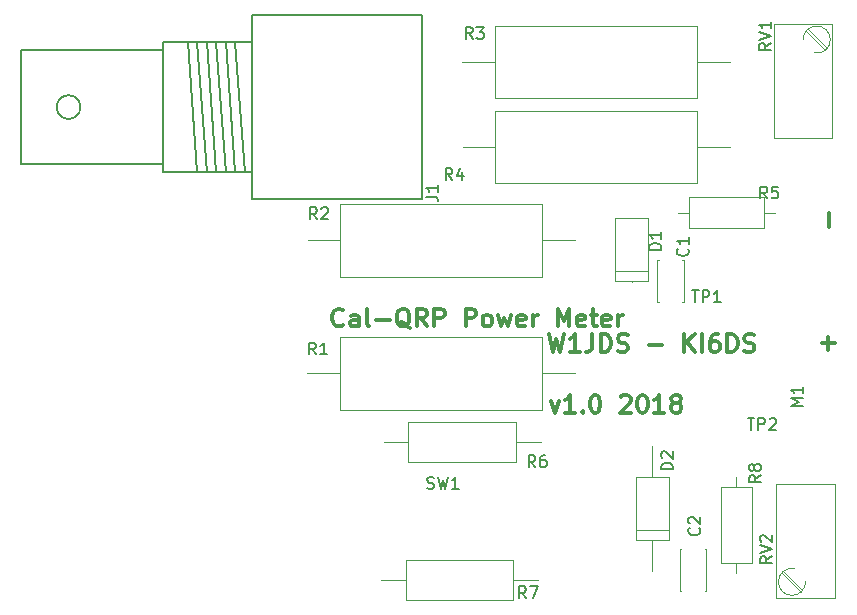
<source format=gto>
%FSLAX46Y46*%
G04 Gerber Fmt 4.6, Leading zero omitted, Abs format (unit mm)*
G04 Created by KiCad (PCBNEW 4.0.7) date 07/24/18 01:41:51*
%MOMM*%
%LPD*%
G01*
G04 APERTURE LIST*
%ADD10C,0.100000*%
%ADD11C,0.300000*%
%ADD12C,0.120000*%
%ADD13C,0.150000*%
G04 APERTURE END LIST*
D10*
D11*
X133483573Y-118848571D02*
X133840716Y-119848571D01*
X134197858Y-118848571D01*
X135555001Y-119848571D02*
X134697858Y-119848571D01*
X135126430Y-119848571D02*
X135126430Y-118348571D01*
X134983573Y-118562857D01*
X134840715Y-118705714D01*
X134697858Y-118777143D01*
X136197858Y-119705714D02*
X136269286Y-119777143D01*
X136197858Y-119848571D01*
X136126429Y-119777143D01*
X136197858Y-119705714D01*
X136197858Y-119848571D01*
X137197858Y-118348571D02*
X137340715Y-118348571D01*
X137483572Y-118420000D01*
X137555001Y-118491429D01*
X137626430Y-118634286D01*
X137697858Y-118920000D01*
X137697858Y-119277143D01*
X137626430Y-119562857D01*
X137555001Y-119705714D01*
X137483572Y-119777143D01*
X137340715Y-119848571D01*
X137197858Y-119848571D01*
X137055001Y-119777143D01*
X136983572Y-119705714D01*
X136912144Y-119562857D01*
X136840715Y-119277143D01*
X136840715Y-118920000D01*
X136912144Y-118634286D01*
X136983572Y-118491429D01*
X137055001Y-118420000D01*
X137197858Y-118348571D01*
X139412143Y-118491429D02*
X139483572Y-118420000D01*
X139626429Y-118348571D01*
X139983572Y-118348571D01*
X140126429Y-118420000D01*
X140197858Y-118491429D01*
X140269286Y-118634286D01*
X140269286Y-118777143D01*
X140197858Y-118991429D01*
X139340715Y-119848571D01*
X140269286Y-119848571D01*
X141197857Y-118348571D02*
X141340714Y-118348571D01*
X141483571Y-118420000D01*
X141555000Y-118491429D01*
X141626429Y-118634286D01*
X141697857Y-118920000D01*
X141697857Y-119277143D01*
X141626429Y-119562857D01*
X141555000Y-119705714D01*
X141483571Y-119777143D01*
X141340714Y-119848571D01*
X141197857Y-119848571D01*
X141055000Y-119777143D01*
X140983571Y-119705714D01*
X140912143Y-119562857D01*
X140840714Y-119277143D01*
X140840714Y-118920000D01*
X140912143Y-118634286D01*
X140983571Y-118491429D01*
X141055000Y-118420000D01*
X141197857Y-118348571D01*
X143126428Y-119848571D02*
X142269285Y-119848571D01*
X142697857Y-119848571D02*
X142697857Y-118348571D01*
X142555000Y-118562857D01*
X142412142Y-118705714D01*
X142269285Y-118777143D01*
X143983571Y-118991429D02*
X143840713Y-118920000D01*
X143769285Y-118848571D01*
X143697856Y-118705714D01*
X143697856Y-118634286D01*
X143769285Y-118491429D01*
X143840713Y-118420000D01*
X143983571Y-118348571D01*
X144269285Y-118348571D01*
X144412142Y-118420000D01*
X144483571Y-118491429D01*
X144554999Y-118634286D01*
X144554999Y-118705714D01*
X144483571Y-118848571D01*
X144412142Y-118920000D01*
X144269285Y-118991429D01*
X143983571Y-118991429D01*
X143840713Y-119062857D01*
X143769285Y-119134286D01*
X143697856Y-119277143D01*
X143697856Y-119562857D01*
X143769285Y-119705714D01*
X143840713Y-119777143D01*
X143983571Y-119848571D01*
X144269285Y-119848571D01*
X144412142Y-119777143D01*
X144483571Y-119705714D01*
X144554999Y-119562857D01*
X144554999Y-119277143D01*
X144483571Y-119134286D01*
X144412142Y-119062857D01*
X144269285Y-118991429D01*
X133315001Y-113193571D02*
X133672144Y-114693571D01*
X133957858Y-113622143D01*
X134243572Y-114693571D01*
X134600715Y-113193571D01*
X135957858Y-114693571D02*
X135100715Y-114693571D01*
X135529287Y-114693571D02*
X135529287Y-113193571D01*
X135386430Y-113407857D01*
X135243572Y-113550714D01*
X135100715Y-113622143D01*
X137029286Y-113193571D02*
X137029286Y-114265000D01*
X136957858Y-114479286D01*
X136815001Y-114622143D01*
X136600715Y-114693571D01*
X136457858Y-114693571D01*
X137743572Y-114693571D02*
X137743572Y-113193571D01*
X138100715Y-113193571D01*
X138315000Y-113265000D01*
X138457858Y-113407857D01*
X138529286Y-113550714D01*
X138600715Y-113836429D01*
X138600715Y-114050714D01*
X138529286Y-114336429D01*
X138457858Y-114479286D01*
X138315000Y-114622143D01*
X138100715Y-114693571D01*
X137743572Y-114693571D01*
X139172143Y-114622143D02*
X139386429Y-114693571D01*
X139743572Y-114693571D01*
X139886429Y-114622143D01*
X139957858Y-114550714D01*
X140029286Y-114407857D01*
X140029286Y-114265000D01*
X139957858Y-114122143D01*
X139886429Y-114050714D01*
X139743572Y-113979286D01*
X139457858Y-113907857D01*
X139315000Y-113836429D01*
X139243572Y-113765000D01*
X139172143Y-113622143D01*
X139172143Y-113479286D01*
X139243572Y-113336429D01*
X139315000Y-113265000D01*
X139457858Y-113193571D01*
X139815000Y-113193571D01*
X140029286Y-113265000D01*
X141815000Y-114122143D02*
X142957857Y-114122143D01*
X144815000Y-114693571D02*
X144815000Y-113193571D01*
X145672143Y-114693571D02*
X145029286Y-113836429D01*
X145672143Y-113193571D02*
X144815000Y-114050714D01*
X146315000Y-114693571D02*
X146315000Y-113193571D01*
X147672143Y-113193571D02*
X147386429Y-113193571D01*
X147243572Y-113265000D01*
X147172143Y-113336429D01*
X147029286Y-113550714D01*
X146957857Y-113836429D01*
X146957857Y-114407857D01*
X147029286Y-114550714D01*
X147100714Y-114622143D01*
X147243572Y-114693571D01*
X147529286Y-114693571D01*
X147672143Y-114622143D01*
X147743572Y-114550714D01*
X147815000Y-114407857D01*
X147815000Y-114050714D01*
X147743572Y-113907857D01*
X147672143Y-113836429D01*
X147529286Y-113765000D01*
X147243572Y-113765000D01*
X147100714Y-113836429D01*
X147029286Y-113907857D01*
X146957857Y-114050714D01*
X148457857Y-114693571D02*
X148457857Y-113193571D01*
X148815000Y-113193571D01*
X149029285Y-113265000D01*
X149172143Y-113407857D01*
X149243571Y-113550714D01*
X149315000Y-113836429D01*
X149315000Y-114050714D01*
X149243571Y-114336429D01*
X149172143Y-114479286D01*
X149029285Y-114622143D01*
X148815000Y-114693571D01*
X148457857Y-114693571D01*
X149886428Y-114622143D02*
X150100714Y-114693571D01*
X150457857Y-114693571D01*
X150600714Y-114622143D01*
X150672143Y-114550714D01*
X150743571Y-114407857D01*
X150743571Y-114265000D01*
X150672143Y-114122143D01*
X150600714Y-114050714D01*
X150457857Y-113979286D01*
X150172143Y-113907857D01*
X150029285Y-113836429D01*
X149957857Y-113765000D01*
X149886428Y-113622143D01*
X149886428Y-113479286D01*
X149957857Y-113336429D01*
X150029285Y-113265000D01*
X150172143Y-113193571D01*
X150529285Y-113193571D01*
X150743571Y-113265000D01*
X115938572Y-112395714D02*
X115867143Y-112467143D01*
X115652857Y-112538571D01*
X115510000Y-112538571D01*
X115295715Y-112467143D01*
X115152857Y-112324286D01*
X115081429Y-112181429D01*
X115010000Y-111895714D01*
X115010000Y-111681429D01*
X115081429Y-111395714D01*
X115152857Y-111252857D01*
X115295715Y-111110000D01*
X115510000Y-111038571D01*
X115652857Y-111038571D01*
X115867143Y-111110000D01*
X115938572Y-111181429D01*
X117224286Y-112538571D02*
X117224286Y-111752857D01*
X117152857Y-111610000D01*
X117010000Y-111538571D01*
X116724286Y-111538571D01*
X116581429Y-111610000D01*
X117224286Y-112467143D02*
X117081429Y-112538571D01*
X116724286Y-112538571D01*
X116581429Y-112467143D01*
X116510000Y-112324286D01*
X116510000Y-112181429D01*
X116581429Y-112038571D01*
X116724286Y-111967143D01*
X117081429Y-111967143D01*
X117224286Y-111895714D01*
X118152858Y-112538571D02*
X118010000Y-112467143D01*
X117938572Y-112324286D01*
X117938572Y-111038571D01*
X118724286Y-111967143D02*
X119867143Y-111967143D01*
X121581429Y-112681429D02*
X121438572Y-112610000D01*
X121295715Y-112467143D01*
X121081429Y-112252857D01*
X120938572Y-112181429D01*
X120795715Y-112181429D01*
X120867143Y-112538571D02*
X120724286Y-112467143D01*
X120581429Y-112324286D01*
X120510000Y-112038571D01*
X120510000Y-111538571D01*
X120581429Y-111252857D01*
X120724286Y-111110000D01*
X120867143Y-111038571D01*
X121152857Y-111038571D01*
X121295715Y-111110000D01*
X121438572Y-111252857D01*
X121510000Y-111538571D01*
X121510000Y-112038571D01*
X121438572Y-112324286D01*
X121295715Y-112467143D01*
X121152857Y-112538571D01*
X120867143Y-112538571D01*
X123010001Y-112538571D02*
X122510001Y-111824286D01*
X122152858Y-112538571D02*
X122152858Y-111038571D01*
X122724286Y-111038571D01*
X122867144Y-111110000D01*
X122938572Y-111181429D01*
X123010001Y-111324286D01*
X123010001Y-111538571D01*
X122938572Y-111681429D01*
X122867144Y-111752857D01*
X122724286Y-111824286D01*
X122152858Y-111824286D01*
X123652858Y-112538571D02*
X123652858Y-111038571D01*
X124224286Y-111038571D01*
X124367144Y-111110000D01*
X124438572Y-111181429D01*
X124510001Y-111324286D01*
X124510001Y-111538571D01*
X124438572Y-111681429D01*
X124367144Y-111752857D01*
X124224286Y-111824286D01*
X123652858Y-111824286D01*
X126295715Y-112538571D02*
X126295715Y-111038571D01*
X126867143Y-111038571D01*
X127010001Y-111110000D01*
X127081429Y-111181429D01*
X127152858Y-111324286D01*
X127152858Y-111538571D01*
X127081429Y-111681429D01*
X127010001Y-111752857D01*
X126867143Y-111824286D01*
X126295715Y-111824286D01*
X128010001Y-112538571D02*
X127867143Y-112467143D01*
X127795715Y-112395714D01*
X127724286Y-112252857D01*
X127724286Y-111824286D01*
X127795715Y-111681429D01*
X127867143Y-111610000D01*
X128010001Y-111538571D01*
X128224286Y-111538571D01*
X128367143Y-111610000D01*
X128438572Y-111681429D01*
X128510001Y-111824286D01*
X128510001Y-112252857D01*
X128438572Y-112395714D01*
X128367143Y-112467143D01*
X128224286Y-112538571D01*
X128010001Y-112538571D01*
X129010001Y-111538571D02*
X129295715Y-112538571D01*
X129581429Y-111824286D01*
X129867144Y-112538571D01*
X130152858Y-111538571D01*
X131295715Y-112467143D02*
X131152858Y-112538571D01*
X130867144Y-112538571D01*
X130724287Y-112467143D01*
X130652858Y-112324286D01*
X130652858Y-111752857D01*
X130724287Y-111610000D01*
X130867144Y-111538571D01*
X131152858Y-111538571D01*
X131295715Y-111610000D01*
X131367144Y-111752857D01*
X131367144Y-111895714D01*
X130652858Y-112038571D01*
X132010001Y-112538571D02*
X132010001Y-111538571D01*
X132010001Y-111824286D02*
X132081429Y-111681429D01*
X132152858Y-111610000D01*
X132295715Y-111538571D01*
X132438572Y-111538571D01*
X134081429Y-112538571D02*
X134081429Y-111038571D01*
X134581429Y-112110000D01*
X135081429Y-111038571D01*
X135081429Y-112538571D01*
X136367143Y-112467143D02*
X136224286Y-112538571D01*
X135938572Y-112538571D01*
X135795715Y-112467143D01*
X135724286Y-112324286D01*
X135724286Y-111752857D01*
X135795715Y-111610000D01*
X135938572Y-111538571D01*
X136224286Y-111538571D01*
X136367143Y-111610000D01*
X136438572Y-111752857D01*
X136438572Y-111895714D01*
X135724286Y-112038571D01*
X136867143Y-111538571D02*
X137438572Y-111538571D01*
X137081429Y-111038571D02*
X137081429Y-112324286D01*
X137152857Y-112467143D01*
X137295715Y-112538571D01*
X137438572Y-112538571D01*
X138510000Y-112467143D02*
X138367143Y-112538571D01*
X138081429Y-112538571D01*
X137938572Y-112467143D01*
X137867143Y-112324286D01*
X137867143Y-111752857D01*
X137938572Y-111610000D01*
X138081429Y-111538571D01*
X138367143Y-111538571D01*
X138510000Y-111610000D01*
X138581429Y-111752857D01*
X138581429Y-111895714D01*
X137867143Y-112038571D01*
X139224286Y-112538571D02*
X139224286Y-111538571D01*
X139224286Y-111824286D02*
X139295714Y-111681429D01*
X139367143Y-111610000D01*
X139510000Y-111538571D01*
X139652857Y-111538571D01*
X157052143Y-104081428D02*
X157052143Y-102938571D01*
X156433572Y-113977143D02*
X157576429Y-113977143D01*
X157005000Y-114548571D02*
X157005000Y-113405714D01*
D12*
X144750000Y-106920000D02*
X144750000Y-110440000D01*
X142530000Y-106920000D02*
X142530000Y-110440000D01*
X144750000Y-106920000D02*
X144636000Y-106920000D01*
X142644000Y-106920000D02*
X142530000Y-106920000D01*
X144750000Y-110440000D02*
X144636000Y-110440000D01*
X142644000Y-110440000D02*
X142530000Y-110440000D01*
X144445000Y-134915000D02*
X144445000Y-131395000D01*
X146665000Y-134915000D02*
X146665000Y-131395000D01*
X144445000Y-134915000D02*
X144559000Y-134915000D01*
X146551000Y-134915000D02*
X146665000Y-134915000D01*
X144445000Y-131395000D02*
X144559000Y-131395000D01*
X146551000Y-131395000D02*
X146665000Y-131395000D01*
X138945000Y-108705000D02*
X141765000Y-108705000D01*
X141765000Y-108705000D02*
X141765000Y-103385000D01*
X141765000Y-103385000D02*
X138945000Y-103385000D01*
X138945000Y-103385000D02*
X138945000Y-108705000D01*
X140355000Y-108775000D02*
X140355000Y-108705000D01*
X140355000Y-103315000D02*
X140355000Y-103385000D01*
X138945000Y-107865000D02*
X141765000Y-107865000D01*
X140680000Y-130615000D02*
X143500000Y-130615000D01*
X143500000Y-130615000D02*
X143500000Y-125295000D01*
X143500000Y-125295000D02*
X140680000Y-125295000D01*
X140680000Y-125295000D02*
X140680000Y-130615000D01*
X142090000Y-133225000D02*
X142090000Y-130615000D01*
X142090000Y-122685000D02*
X142090000Y-125295000D01*
X140680000Y-129775000D02*
X143500000Y-129775000D01*
D13*
X103572560Y-99459420D02*
X102772460Y-88461220D01*
X104372660Y-99459420D02*
X103572560Y-88461220D01*
X105172760Y-99459420D02*
X104372660Y-88461220D01*
X105972860Y-99459420D02*
X105172760Y-88461220D01*
X106772960Y-99459420D02*
X105972860Y-88461220D01*
X107573060Y-99459420D02*
X106772960Y-88461220D01*
X93674180Y-93960320D02*
G75*
G03X93674180Y-93960320I-1000760J0D01*
G01*
X100674420Y-89159720D02*
X88672920Y-89159720D01*
X88672920Y-89159720D02*
X88672920Y-98760920D01*
X88672920Y-98760920D02*
X100674420Y-98760920D01*
X108172500Y-88461220D02*
X100674420Y-88461220D01*
X100674420Y-88461220D02*
X100674420Y-99459420D01*
X100674420Y-99459420D02*
X108172500Y-99459420D01*
X122574300Y-101760660D02*
X122574300Y-86159980D01*
X122574300Y-86159980D02*
X108172500Y-86159980D01*
X108172500Y-86159980D02*
X108172500Y-101760660D01*
X108172500Y-101760660D02*
X122574300Y-101760660D01*
D12*
X132760000Y-119570000D02*
X132760000Y-113450000D01*
X132760000Y-113450000D02*
X115640000Y-113450000D01*
X115640000Y-113450000D02*
X115640000Y-119570000D01*
X115640000Y-119570000D02*
X132760000Y-119570000D01*
X135520000Y-116510000D02*
X132760000Y-116510000D01*
X112880000Y-116510000D02*
X115640000Y-116510000D01*
X132800000Y-108315000D02*
X132800000Y-102195000D01*
X132800000Y-102195000D02*
X115680000Y-102195000D01*
X115680000Y-102195000D02*
X115680000Y-108315000D01*
X115680000Y-108315000D02*
X132800000Y-108315000D01*
X135560000Y-105255000D02*
X132800000Y-105255000D01*
X112920000Y-105255000D02*
X115680000Y-105255000D01*
X145900000Y-93235000D02*
X145900000Y-87115000D01*
X145900000Y-87115000D02*
X128780000Y-87115000D01*
X128780000Y-87115000D02*
X128780000Y-93235000D01*
X128780000Y-93235000D02*
X145900000Y-93235000D01*
X148660000Y-90175000D02*
X145900000Y-90175000D01*
X126020000Y-90175000D02*
X128780000Y-90175000D01*
X145920000Y-100410000D02*
X145920000Y-94290000D01*
X145920000Y-94290000D02*
X128800000Y-94290000D01*
X128800000Y-94290000D02*
X128800000Y-100410000D01*
X128800000Y-100410000D02*
X145920000Y-100410000D01*
X148680000Y-97350000D02*
X145920000Y-97350000D01*
X126040000Y-97350000D02*
X128800000Y-97350000D01*
X151585000Y-104210000D02*
X151585000Y-101590000D01*
X151585000Y-101590000D02*
X145165000Y-101590000D01*
X145165000Y-101590000D02*
X145165000Y-104210000D01*
X145165000Y-104210000D02*
X151585000Y-104210000D01*
X152475000Y-102900000D02*
X151585000Y-102900000D01*
X144275000Y-102900000D02*
X145165000Y-102900000D01*
X147915000Y-132560000D02*
X150535000Y-132560000D01*
X150535000Y-132560000D02*
X150535000Y-126140000D01*
X150535000Y-126140000D02*
X147915000Y-126140000D01*
X147915000Y-126140000D02*
X147915000Y-132560000D01*
X149225000Y-133450000D02*
X149225000Y-132560000D01*
X149225000Y-125250000D02*
X149225000Y-126140000D01*
X154865704Y-88295309D02*
G75*
G02X157175000Y-88255000I1154296J40309D01*
G01*
X157174052Y-88234879D02*
G75*
G02X155780000Y-89384000I-1154052J-20121D01*
G01*
X152400000Y-96575000D02*
X152400000Y-86925000D01*
X157351000Y-96575000D02*
X157351000Y-86925000D01*
X152400000Y-96575000D02*
X157351000Y-96575000D01*
X152400000Y-86925000D02*
X157351000Y-86925000D01*
X155286000Y-87379000D02*
X156896000Y-88990000D01*
X155145000Y-87519000D02*
X156755000Y-89131000D01*
X155074296Y-134114691D02*
G75*
G02X152765000Y-134155000I-1154296J-40309D01*
G01*
X152765948Y-134175121D02*
G75*
G02X154160000Y-133026000I1154052J20121D01*
G01*
X157540000Y-125835000D02*
X157540000Y-135485000D01*
X152589000Y-125835000D02*
X152589000Y-135485000D01*
X157540000Y-125835000D02*
X152589000Y-125835000D01*
X157540000Y-135485000D02*
X152589000Y-135485000D01*
X154654000Y-135031000D02*
X153044000Y-133420000D01*
X154795000Y-134891000D02*
X153185000Y-133279000D01*
X130330000Y-135665000D02*
X130330000Y-132345000D01*
X130330000Y-132345000D02*
X121210000Y-132345000D01*
X121210000Y-132345000D02*
X121210000Y-135665000D01*
X121210000Y-135665000D02*
X130330000Y-135665000D01*
X132410000Y-134005000D02*
X130330000Y-134005000D01*
X119130000Y-134005000D02*
X121210000Y-134005000D01*
X130555000Y-123985000D02*
X130555000Y-120665000D01*
X130555000Y-120665000D02*
X121435000Y-120665000D01*
X121435000Y-120665000D02*
X121435000Y-123985000D01*
X121435000Y-123985000D02*
X130555000Y-123985000D01*
X132635000Y-122325000D02*
X130555000Y-122325000D01*
X119355000Y-122325000D02*
X121435000Y-122325000D01*
D13*
X145082143Y-105936666D02*
X145129762Y-105984285D01*
X145177381Y-106127142D01*
X145177381Y-106222380D01*
X145129762Y-106365238D01*
X145034524Y-106460476D01*
X144939286Y-106508095D01*
X144748810Y-106555714D01*
X144605952Y-106555714D01*
X144415476Y-106508095D01*
X144320238Y-106460476D01*
X144225000Y-106365238D01*
X144177381Y-106222380D01*
X144177381Y-106127142D01*
X144225000Y-105984285D01*
X144272619Y-105936666D01*
X145177381Y-104984285D02*
X145177381Y-105555714D01*
X145177381Y-105270000D02*
X144177381Y-105270000D01*
X144320238Y-105365238D01*
X144415476Y-105460476D01*
X144463095Y-105555714D01*
X146057143Y-129591666D02*
X146104762Y-129639285D01*
X146152381Y-129782142D01*
X146152381Y-129877380D01*
X146104762Y-130020238D01*
X146009524Y-130115476D01*
X145914286Y-130163095D01*
X145723810Y-130210714D01*
X145580952Y-130210714D01*
X145390476Y-130163095D01*
X145295238Y-130115476D01*
X145200000Y-130020238D01*
X145152381Y-129877380D01*
X145152381Y-129782142D01*
X145200000Y-129639285D01*
X145247619Y-129591666D01*
X145247619Y-129210714D02*
X145200000Y-129163095D01*
X145152381Y-129067857D01*
X145152381Y-128829761D01*
X145200000Y-128734523D01*
X145247619Y-128686904D01*
X145342857Y-128639285D01*
X145438095Y-128639285D01*
X145580952Y-128686904D01*
X146152381Y-129258333D01*
X146152381Y-128639285D01*
X142847381Y-106053095D02*
X141847381Y-106053095D01*
X141847381Y-105815000D01*
X141895000Y-105672142D01*
X141990238Y-105576904D01*
X142085476Y-105529285D01*
X142275952Y-105481666D01*
X142418810Y-105481666D01*
X142609286Y-105529285D01*
X142704524Y-105576904D01*
X142799762Y-105672142D01*
X142847381Y-105815000D01*
X142847381Y-106053095D01*
X142847381Y-104529285D02*
X142847381Y-105100714D01*
X142847381Y-104815000D02*
X141847381Y-104815000D01*
X141990238Y-104910238D01*
X142085476Y-105005476D01*
X142133095Y-105100714D01*
X143837381Y-124638095D02*
X142837381Y-124638095D01*
X142837381Y-124400000D01*
X142885000Y-124257142D01*
X142980238Y-124161904D01*
X143075476Y-124114285D01*
X143265952Y-124066666D01*
X143408810Y-124066666D01*
X143599286Y-124114285D01*
X143694524Y-124161904D01*
X143789762Y-124257142D01*
X143837381Y-124400000D01*
X143837381Y-124638095D01*
X142932619Y-123685714D02*
X142885000Y-123638095D01*
X142837381Y-123542857D01*
X142837381Y-123304761D01*
X142885000Y-123209523D01*
X142932619Y-123161904D01*
X143027857Y-123114285D01*
X143123095Y-123114285D01*
X143265952Y-123161904D01*
X143837381Y-123733333D01*
X143837381Y-123114285D01*
X122937381Y-101558333D02*
X123651667Y-101558333D01*
X123794524Y-101605953D01*
X123889762Y-101701191D01*
X123937381Y-101844048D01*
X123937381Y-101939286D01*
X123937381Y-100558333D02*
X123937381Y-101129762D01*
X123937381Y-100844048D02*
X122937381Y-100844048D01*
X123080238Y-100939286D01*
X123175476Y-101034524D01*
X123223095Y-101129762D01*
X154822381Y-119299524D02*
X153822381Y-119299524D01*
X154536667Y-118966190D01*
X153822381Y-118632857D01*
X154822381Y-118632857D01*
X154822381Y-117632857D02*
X154822381Y-118204286D01*
X154822381Y-117918572D02*
X153822381Y-117918572D01*
X153965238Y-118013810D01*
X154060476Y-118109048D01*
X154108095Y-118204286D01*
X113623334Y-114902381D02*
X113290000Y-114426190D01*
X113051905Y-114902381D02*
X113051905Y-113902381D01*
X113432858Y-113902381D01*
X113528096Y-113950000D01*
X113575715Y-113997619D01*
X113623334Y-114092857D01*
X113623334Y-114235714D01*
X113575715Y-114330952D01*
X113528096Y-114378571D01*
X113432858Y-114426190D01*
X113051905Y-114426190D01*
X114575715Y-114902381D02*
X114004286Y-114902381D01*
X114290000Y-114902381D02*
X114290000Y-113902381D01*
X114194762Y-114045238D01*
X114099524Y-114140476D01*
X114004286Y-114188095D01*
X113703334Y-103457381D02*
X113370000Y-102981190D01*
X113131905Y-103457381D02*
X113131905Y-102457381D01*
X113512858Y-102457381D01*
X113608096Y-102505000D01*
X113655715Y-102552619D01*
X113703334Y-102647857D01*
X113703334Y-102790714D01*
X113655715Y-102885952D01*
X113608096Y-102933571D01*
X113512858Y-102981190D01*
X113131905Y-102981190D01*
X114084286Y-102552619D02*
X114131905Y-102505000D01*
X114227143Y-102457381D01*
X114465239Y-102457381D01*
X114560477Y-102505000D01*
X114608096Y-102552619D01*
X114655715Y-102647857D01*
X114655715Y-102743095D01*
X114608096Y-102885952D01*
X114036667Y-103457381D01*
X114655715Y-103457381D01*
X126878334Y-88197381D02*
X126545000Y-87721190D01*
X126306905Y-88197381D02*
X126306905Y-87197381D01*
X126687858Y-87197381D01*
X126783096Y-87245000D01*
X126830715Y-87292619D01*
X126878334Y-87387857D01*
X126878334Y-87530714D01*
X126830715Y-87625952D01*
X126783096Y-87673571D01*
X126687858Y-87721190D01*
X126306905Y-87721190D01*
X127211667Y-87197381D02*
X127830715Y-87197381D01*
X127497381Y-87578333D01*
X127640239Y-87578333D01*
X127735477Y-87625952D01*
X127783096Y-87673571D01*
X127830715Y-87768810D01*
X127830715Y-88006905D01*
X127783096Y-88102143D01*
X127735477Y-88149762D01*
X127640239Y-88197381D01*
X127354524Y-88197381D01*
X127259286Y-88149762D01*
X127211667Y-88102143D01*
X125163334Y-100132381D02*
X124830000Y-99656190D01*
X124591905Y-100132381D02*
X124591905Y-99132381D01*
X124972858Y-99132381D01*
X125068096Y-99180000D01*
X125115715Y-99227619D01*
X125163334Y-99322857D01*
X125163334Y-99465714D01*
X125115715Y-99560952D01*
X125068096Y-99608571D01*
X124972858Y-99656190D01*
X124591905Y-99656190D01*
X126020477Y-99465714D02*
X126020477Y-100132381D01*
X125782381Y-99084762D02*
X125544286Y-99799048D01*
X126163334Y-99799048D01*
X151823334Y-101687381D02*
X151490000Y-101211190D01*
X151251905Y-101687381D02*
X151251905Y-100687381D01*
X151632858Y-100687381D01*
X151728096Y-100735000D01*
X151775715Y-100782619D01*
X151823334Y-100877857D01*
X151823334Y-101020714D01*
X151775715Y-101115952D01*
X151728096Y-101163571D01*
X151632858Y-101211190D01*
X151251905Y-101211190D01*
X152728096Y-100687381D02*
X152251905Y-100687381D01*
X152204286Y-101163571D01*
X152251905Y-101115952D01*
X152347143Y-101068333D01*
X152585239Y-101068333D01*
X152680477Y-101115952D01*
X152728096Y-101163571D01*
X152775715Y-101258810D01*
X152775715Y-101496905D01*
X152728096Y-101592143D01*
X152680477Y-101639762D01*
X152585239Y-101687381D01*
X152347143Y-101687381D01*
X152251905Y-101639762D01*
X152204286Y-101592143D01*
X151297381Y-125151666D02*
X150821190Y-125485000D01*
X151297381Y-125723095D02*
X150297381Y-125723095D01*
X150297381Y-125342142D01*
X150345000Y-125246904D01*
X150392619Y-125199285D01*
X150487857Y-125151666D01*
X150630714Y-125151666D01*
X150725952Y-125199285D01*
X150773571Y-125246904D01*
X150821190Y-125342142D01*
X150821190Y-125723095D01*
X150725952Y-124580238D02*
X150678333Y-124675476D01*
X150630714Y-124723095D01*
X150535476Y-124770714D01*
X150487857Y-124770714D01*
X150392619Y-124723095D01*
X150345000Y-124675476D01*
X150297381Y-124580238D01*
X150297381Y-124389761D01*
X150345000Y-124294523D01*
X150392619Y-124246904D01*
X150487857Y-124199285D01*
X150535476Y-124199285D01*
X150630714Y-124246904D01*
X150678333Y-124294523D01*
X150725952Y-124389761D01*
X150725952Y-124580238D01*
X150773571Y-124675476D01*
X150821190Y-124723095D01*
X150916429Y-124770714D01*
X151106905Y-124770714D01*
X151202143Y-124723095D01*
X151249762Y-124675476D01*
X151297381Y-124580238D01*
X151297381Y-124389761D01*
X151249762Y-124294523D01*
X151202143Y-124246904D01*
X151106905Y-124199285D01*
X150916429Y-124199285D01*
X150821190Y-124246904D01*
X150773571Y-124294523D01*
X150725952Y-124389761D01*
X152127381Y-88540238D02*
X151651190Y-88873572D01*
X152127381Y-89111667D02*
X151127381Y-89111667D01*
X151127381Y-88730714D01*
X151175000Y-88635476D01*
X151222619Y-88587857D01*
X151317857Y-88540238D01*
X151460714Y-88540238D01*
X151555952Y-88587857D01*
X151603571Y-88635476D01*
X151651190Y-88730714D01*
X151651190Y-89111667D01*
X151127381Y-88254524D02*
X152127381Y-87921191D01*
X151127381Y-87587857D01*
X152127381Y-86730714D02*
X152127381Y-87302143D01*
X152127381Y-87016429D02*
X151127381Y-87016429D01*
X151270238Y-87111667D01*
X151365476Y-87206905D01*
X151413095Y-87302143D01*
X152222381Y-132005238D02*
X151746190Y-132338572D01*
X152222381Y-132576667D02*
X151222381Y-132576667D01*
X151222381Y-132195714D01*
X151270000Y-132100476D01*
X151317619Y-132052857D01*
X151412857Y-132005238D01*
X151555714Y-132005238D01*
X151650952Y-132052857D01*
X151698571Y-132100476D01*
X151746190Y-132195714D01*
X151746190Y-132576667D01*
X151222381Y-131719524D02*
X152222381Y-131386191D01*
X151222381Y-131052857D01*
X151317619Y-130767143D02*
X151270000Y-130719524D01*
X151222381Y-130624286D01*
X151222381Y-130386190D01*
X151270000Y-130290952D01*
X151317619Y-130243333D01*
X151412857Y-130195714D01*
X151508095Y-130195714D01*
X151650952Y-130243333D01*
X152222381Y-130814762D01*
X152222381Y-130195714D01*
X145443095Y-109477381D02*
X146014524Y-109477381D01*
X145728809Y-110477381D02*
X145728809Y-109477381D01*
X146347857Y-110477381D02*
X146347857Y-109477381D01*
X146728810Y-109477381D01*
X146824048Y-109525000D01*
X146871667Y-109572619D01*
X146919286Y-109667857D01*
X146919286Y-109810714D01*
X146871667Y-109905952D01*
X146824048Y-109953571D01*
X146728810Y-110001190D01*
X146347857Y-110001190D01*
X147871667Y-110477381D02*
X147300238Y-110477381D01*
X147585952Y-110477381D02*
X147585952Y-109477381D01*
X147490714Y-109620238D01*
X147395476Y-109715476D01*
X147300238Y-109763095D01*
X150163095Y-120307381D02*
X150734524Y-120307381D01*
X150448809Y-121307381D02*
X150448809Y-120307381D01*
X151067857Y-121307381D02*
X151067857Y-120307381D01*
X151448810Y-120307381D01*
X151544048Y-120355000D01*
X151591667Y-120402619D01*
X151639286Y-120497857D01*
X151639286Y-120640714D01*
X151591667Y-120735952D01*
X151544048Y-120783571D01*
X151448810Y-120831190D01*
X151067857Y-120831190D01*
X152020238Y-120402619D02*
X152067857Y-120355000D01*
X152163095Y-120307381D01*
X152401191Y-120307381D01*
X152496429Y-120355000D01*
X152544048Y-120402619D01*
X152591667Y-120497857D01*
X152591667Y-120593095D01*
X152544048Y-120735952D01*
X151972619Y-121307381D01*
X152591667Y-121307381D01*
X123036667Y-126234762D02*
X123179524Y-126282381D01*
X123417620Y-126282381D01*
X123512858Y-126234762D01*
X123560477Y-126187143D01*
X123608096Y-126091905D01*
X123608096Y-125996667D01*
X123560477Y-125901429D01*
X123512858Y-125853810D01*
X123417620Y-125806190D01*
X123227143Y-125758571D01*
X123131905Y-125710952D01*
X123084286Y-125663333D01*
X123036667Y-125568095D01*
X123036667Y-125472857D01*
X123084286Y-125377619D01*
X123131905Y-125330000D01*
X123227143Y-125282381D01*
X123465239Y-125282381D01*
X123608096Y-125330000D01*
X123941429Y-125282381D02*
X124179524Y-126282381D01*
X124370001Y-125568095D01*
X124560477Y-126282381D01*
X124798572Y-125282381D01*
X125703334Y-126282381D02*
X125131905Y-126282381D01*
X125417619Y-126282381D02*
X125417619Y-125282381D01*
X125322381Y-125425238D01*
X125227143Y-125520476D01*
X125131905Y-125568095D01*
X131383334Y-135547381D02*
X131050000Y-135071190D01*
X130811905Y-135547381D02*
X130811905Y-134547381D01*
X131192858Y-134547381D01*
X131288096Y-134595000D01*
X131335715Y-134642619D01*
X131383334Y-134737857D01*
X131383334Y-134880714D01*
X131335715Y-134975952D01*
X131288096Y-135023571D01*
X131192858Y-135071190D01*
X130811905Y-135071190D01*
X131716667Y-134547381D02*
X132383334Y-134547381D01*
X131954762Y-135547381D01*
X132188334Y-124447381D02*
X131855000Y-123971190D01*
X131616905Y-124447381D02*
X131616905Y-123447381D01*
X131997858Y-123447381D01*
X132093096Y-123495000D01*
X132140715Y-123542619D01*
X132188334Y-123637857D01*
X132188334Y-123780714D01*
X132140715Y-123875952D01*
X132093096Y-123923571D01*
X131997858Y-123971190D01*
X131616905Y-123971190D01*
X133045477Y-123447381D02*
X132855000Y-123447381D01*
X132759762Y-123495000D01*
X132712143Y-123542619D01*
X132616905Y-123685476D01*
X132569286Y-123875952D01*
X132569286Y-124256905D01*
X132616905Y-124352143D01*
X132664524Y-124399762D01*
X132759762Y-124447381D01*
X132950239Y-124447381D01*
X133045477Y-124399762D01*
X133093096Y-124352143D01*
X133140715Y-124256905D01*
X133140715Y-124018810D01*
X133093096Y-123923571D01*
X133045477Y-123875952D01*
X132950239Y-123828333D01*
X132759762Y-123828333D01*
X132664524Y-123875952D01*
X132616905Y-123923571D01*
X132569286Y-124018810D01*
M02*

</source>
